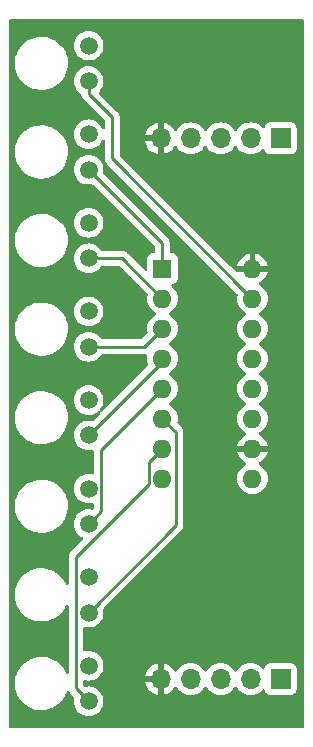
<source format=gbr>
%TF.GenerationSoftware,KiCad,Pcbnew,7.0.1*%
%TF.CreationDate,2023-10-04T10:52:32-04:00*%
%TF.ProjectId,TacTile-L2,54616354-696c-4652-9d4c-322e6b696361,rev?*%
%TF.SameCoordinates,Original*%
%TF.FileFunction,Copper,L2,Bot*%
%TF.FilePolarity,Positive*%
%FSLAX46Y46*%
G04 Gerber Fmt 4.6, Leading zero omitted, Abs format (unit mm)*
G04 Created by KiCad (PCBNEW 7.0.1) date 2023-10-04 10:52:32*
%MOMM*%
%LPD*%
G01*
G04 APERTURE LIST*
%TA.AperFunction,ComponentPad*%
%ADD10R,1.700000X1.700000*%
%TD*%
%TA.AperFunction,ComponentPad*%
%ADD11O,1.700000X1.700000*%
%TD*%
%TA.AperFunction,ComponentPad*%
%ADD12C,1.500000*%
%TD*%
%TA.AperFunction,ComponentPad*%
%ADD13R,1.600000X1.600000*%
%TD*%
%TA.AperFunction,ComponentPad*%
%ADD14O,1.600000X1.600000*%
%TD*%
%TA.AperFunction,Conductor*%
%ADD15C,0.250000*%
%TD*%
G04 APERTURE END LIST*
D10*
%TO.P,J1,1,Pin_1*%
%TO.N,/OUT*%
X48000000Y-35100000D03*
D11*
%TO.P,J1,2,Pin_2*%
%TO.N,/SIN*%
X45460000Y-35100000D03*
%TO.P,J1,3,Pin_3*%
%TO.N,/CLK*%
X42920000Y-35100000D03*
%TO.P,J1,4,Pin_4*%
%TO.N,/GND*%
X40380000Y-35100000D03*
%TO.P,J1,5,Pin_5*%
%TO.N,/VCC*%
X37840000Y-35100000D03*
%TD*%
D12*
%TO.P,R2,1*%
%TO.N,/OUT*%
X31750000Y-34750000D03*
%TO.P,R2,2*%
%TO.N,Net-(U1-QB)*%
X31750000Y-37750000D03*
%TD*%
%TO.P,R8,1*%
%TO.N,/OUT*%
X31750000Y-79750000D03*
%TO.P,R8,2*%
%TO.N,Net-(U1-QH)*%
X31750000Y-82750000D03*
%TD*%
%TO.P,R6,1*%
%TO.N,/OUT*%
X31750000Y-64750000D03*
%TO.P,R6,2*%
%TO.N,Net-(U1-QF)*%
X31750000Y-67750000D03*
%TD*%
%TO.P,R4,1*%
%TO.N,/OUT*%
X31750000Y-49750000D03*
%TO.P,R4,2*%
%TO.N,Net-(U1-QD)*%
X31750000Y-52750000D03*
%TD*%
%TO.P,R7,1*%
%TO.N,/OUT*%
X31750000Y-72250000D03*
%TO.P,R7,2*%
%TO.N,Net-(U1-QG)*%
X31750000Y-75250000D03*
%TD*%
%TO.P,R3,1*%
%TO.N,/OUT*%
X31750000Y-42250000D03*
%TO.P,R3,2*%
%TO.N,Net-(U1-QC)*%
X31750000Y-45250000D03*
%TD*%
D13*
%TO.P,U1,1,QB*%
%TO.N,Net-(U1-QB)*%
X38000000Y-46125000D03*
D14*
%TO.P,U1,2,QC*%
%TO.N,Net-(U1-QC)*%
X38000000Y-48665000D03*
%TO.P,U1,3,QD*%
%TO.N,Net-(U1-QD)*%
X38000000Y-51205000D03*
%TO.P,U1,4,QE*%
%TO.N,Net-(U1-QE)*%
X38000000Y-53745000D03*
%TO.P,U1,5,QF*%
%TO.N,Net-(U1-QF)*%
X38000000Y-56285000D03*
%TO.P,U1,6,QG*%
%TO.N,Net-(U1-QG)*%
X38000000Y-58825000D03*
%TO.P,U1,7,QH*%
%TO.N,Net-(U1-QH)*%
X38000000Y-61365000D03*
%TO.P,U1,8,GND*%
%TO.N,/GND*%
X38000000Y-63905000D03*
%TO.P,U1,9,QH'*%
%TO.N,/SOUT*%
X45620000Y-63905000D03*
%TO.P,U1,10,~{SRCLR}*%
%TO.N,/VCC*%
X45620000Y-61365000D03*
%TO.P,U1,11,SRCLK*%
%TO.N,/CLK*%
X45620000Y-58825000D03*
%TO.P,U1,12,RCLK*%
X45620000Y-56285000D03*
%TO.P,U1,13,~{OE}*%
%TO.N,/GND*%
X45620000Y-53745000D03*
%TO.P,U1,14,SER*%
%TO.N,/SIN*%
X45620000Y-51205000D03*
%TO.P,U1,15,QA*%
%TO.N,Net-(U1-QA)*%
X45620000Y-48665000D03*
%TO.P,U1,16,VCC*%
%TO.N,/VCC*%
X45620000Y-46125000D03*
%TD*%
D12*
%TO.P,R1,1*%
%TO.N,/OUT*%
X31750000Y-27250000D03*
%TO.P,R1,2*%
%TO.N,Net-(U1-QA)*%
X31750000Y-30250000D03*
%TD*%
%TO.P,R5,1*%
%TO.N,/OUT*%
X31750000Y-57250000D03*
%TO.P,R5,2*%
%TO.N,Net-(U1-QE)*%
X31750000Y-60250000D03*
%TD*%
D10*
%TO.P,J2,1,Pin_1*%
%TO.N,/OUT*%
X48000000Y-80875000D03*
D11*
%TO.P,J2,2,Pin_2*%
%TO.N,/SOUT*%
X45460000Y-80875000D03*
%TO.P,J2,3,Pin_3*%
%TO.N,/CLK*%
X42920000Y-80875000D03*
%TO.P,J2,4,Pin_4*%
%TO.N,/GND*%
X40380000Y-80875000D03*
%TO.P,J2,5,Pin_5*%
%TO.N,/VCC*%
X37840000Y-80875000D03*
%TD*%
D15*
%TO.N,Net-(U1-QB)*%
X31750000Y-37750000D02*
X38000000Y-44000000D01*
X38000000Y-44000000D02*
X38000000Y-46125000D01*
%TO.N,Net-(U1-QC)*%
X31750000Y-45250000D02*
X34585000Y-45250000D01*
X34585000Y-45250000D02*
X38000000Y-48665000D01*
%TO.N,Net-(U1-QD)*%
X31750000Y-52750000D02*
X36455000Y-52750000D01*
X36455000Y-52750000D02*
X38000000Y-51205000D01*
%TO.N,Net-(U1-QE)*%
X38000000Y-54000000D02*
X38000000Y-53745000D01*
X31750000Y-60250000D02*
X38000000Y-54000000D01*
%TO.N,Net-(U1-QF)*%
X31750000Y-67750000D02*
X32825000Y-66675000D01*
X32825000Y-61460000D02*
X38000000Y-56285000D01*
X32825000Y-66675000D02*
X32825000Y-61460000D01*
%TO.N,Net-(U1-QG)*%
X39125000Y-67875000D02*
X39125000Y-59950000D01*
X31750000Y-75250000D02*
X39125000Y-67875000D01*
X39125000Y-59950000D02*
X38000000Y-58825000D01*
%TO.N,Net-(U1-QH)*%
X36875000Y-62490000D02*
X38000000Y-61365000D01*
X30675000Y-81675000D02*
X30675000Y-70575000D01*
X31750000Y-82750000D02*
X30675000Y-81675000D01*
X30675000Y-70575000D02*
X36875000Y-64375000D01*
X36875000Y-64375000D02*
X36875000Y-62490000D01*
%TO.N,Net-(U1-QA)*%
X33750000Y-33310660D02*
X33750000Y-36795000D01*
X33750000Y-36795000D02*
X45620000Y-48665000D01*
X31750000Y-30250000D02*
X31750000Y-31310660D01*
X31750000Y-31310660D02*
X33750000Y-33310660D01*
%TD*%
%TA.AperFunction,Conductor*%
%TO.N,/VCC*%
G36*
X49937500Y-25017113D02*
G01*
X49982887Y-25062500D01*
X49999500Y-25124500D01*
X49999500Y-84875500D01*
X49982887Y-84937500D01*
X49937500Y-84982887D01*
X49875500Y-84999500D01*
X25124500Y-84999500D01*
X25062500Y-84982887D01*
X25017113Y-84937500D01*
X25000500Y-84875500D01*
X25000500Y-81325372D01*
X25495723Y-81325372D01*
X25525881Y-81625160D01*
X25595731Y-81918262D01*
X25704021Y-82199432D01*
X25848824Y-82463664D01*
X25899193Y-82532025D01*
X26027554Y-82706238D01*
X26237020Y-82922824D01*
X26473485Y-83109558D01*
X26732730Y-83263109D01*
X27010128Y-83380736D01*
X27010129Y-83380736D01*
X27010131Y-83380737D01*
X27074179Y-83398281D01*
X27300729Y-83460340D01*
X27599347Y-83500500D01*
X27825244Y-83500500D01*
X27825246Y-83500500D01*
X28050635Y-83485412D01*
X28173994Y-83460338D01*
X28345903Y-83425396D01*
X28630537Y-83326560D01*
X28899459Y-83190668D01*
X29147869Y-83020144D01*
X29371333Y-82818032D01*
X29565865Y-82587939D01*
X29727993Y-82333970D01*
X29854823Y-82060658D01*
X29882445Y-81971612D01*
X29913912Y-81919961D01*
X29966072Y-81889338D01*
X30026514Y-81887033D01*
X30080855Y-81913595D01*
X30116167Y-81962703D01*
X30122514Y-81978732D01*
X30148180Y-82014059D01*
X30154593Y-82023822D01*
X30176826Y-82061416D01*
X30176829Y-82061419D01*
X30176830Y-82061420D01*
X30190995Y-82075585D01*
X30203627Y-82090375D01*
X30215406Y-82106587D01*
X30249058Y-82134426D01*
X30257699Y-82142289D01*
X30491411Y-82376001D01*
X30523505Y-82431588D01*
X30523505Y-82495774D01*
X30513792Y-82532022D01*
X30494722Y-82750000D01*
X30513792Y-82967974D01*
X30551729Y-83109558D01*
X30570425Y-83179330D01*
X30662898Y-83377639D01*
X30788402Y-83556877D01*
X30943123Y-83711598D01*
X31122361Y-83837102D01*
X31320670Y-83929575D01*
X31532023Y-83986207D01*
X31750000Y-84005277D01*
X31967977Y-83986207D01*
X32179330Y-83929575D01*
X32377639Y-83837102D01*
X32556877Y-83711598D01*
X32711598Y-83556877D01*
X32837102Y-83377639D01*
X32929575Y-83179330D01*
X32986207Y-82967977D01*
X33005277Y-82750000D01*
X32986207Y-82532023D01*
X32929575Y-82320670D01*
X32837102Y-82122362D01*
X32711598Y-81943123D01*
X32556877Y-81788402D01*
X32377639Y-81662898D01*
X32255505Y-81605946D01*
X32179331Y-81570425D01*
X31967974Y-81513792D01*
X31750000Y-81494722D01*
X31532024Y-81513792D01*
X31495776Y-81523505D01*
X31431589Y-81523505D01*
X31376002Y-81491411D01*
X31336819Y-81452228D01*
X31309939Y-81412000D01*
X31300500Y-81364547D01*
X31300500Y-81125000D01*
X36509364Y-81125000D01*
X36566569Y-81338492D01*
X36666399Y-81552576D01*
X36801893Y-81746081D01*
X36968918Y-81913106D01*
X37162423Y-82048600D01*
X37376507Y-82148430D01*
X37589999Y-82205635D01*
X37590000Y-82205636D01*
X37590000Y-82205635D01*
X38090000Y-82205635D01*
X38303492Y-82148430D01*
X38517576Y-82048600D01*
X38711081Y-81913106D01*
X38878109Y-81746078D01*
X39008119Y-81560405D01*
X39052437Y-81521539D01*
X39109694Y-81507528D01*
X39166951Y-81521539D01*
X39211267Y-81560402D01*
X39341505Y-81746401D01*
X39508599Y-81913495D01*
X39702170Y-82049035D01*
X39916337Y-82148903D01*
X40144592Y-82210063D01*
X40380000Y-82230659D01*
X40615408Y-82210063D01*
X40843663Y-82148903D01*
X41057830Y-82049035D01*
X41251401Y-81913495D01*
X41418495Y-81746401D01*
X41548426Y-81560839D01*
X41592743Y-81521975D01*
X41650000Y-81507964D01*
X41707257Y-81521975D01*
X41751573Y-81560839D01*
X41881505Y-81746401D01*
X42048599Y-81913495D01*
X42242170Y-82049035D01*
X42456337Y-82148903D01*
X42684592Y-82210063D01*
X42920000Y-82230659D01*
X43155408Y-82210063D01*
X43383663Y-82148903D01*
X43597830Y-82049035D01*
X43791401Y-81913495D01*
X43958495Y-81746401D01*
X44088426Y-81560839D01*
X44132743Y-81521975D01*
X44190000Y-81507964D01*
X44247257Y-81521975D01*
X44291573Y-81560839D01*
X44421505Y-81746401D01*
X44588599Y-81913495D01*
X44782170Y-82049035D01*
X44996337Y-82148903D01*
X45224592Y-82210063D01*
X45460000Y-82230659D01*
X45695408Y-82210063D01*
X45923663Y-82148903D01*
X46137830Y-82049035D01*
X46331401Y-81913495D01*
X46453329Y-81791566D01*
X46506072Y-81760273D01*
X46567365Y-81758084D01*
X46622209Y-81785537D01*
X46657189Y-81835916D01*
X46683291Y-81905898D01*
X46706204Y-81967331D01*
X46792454Y-82082546D01*
X46907669Y-82168796D01*
X47042517Y-82219091D01*
X47102127Y-82225500D01*
X48897872Y-82225499D01*
X48957483Y-82219091D01*
X49092331Y-82168796D01*
X49207546Y-82082546D01*
X49293796Y-81967331D01*
X49344091Y-81832483D01*
X49350500Y-81772873D01*
X49350499Y-79977128D01*
X49344091Y-79917517D01*
X49293796Y-79782669D01*
X49207546Y-79667454D01*
X49092331Y-79581204D01*
X48957483Y-79530909D01*
X48897873Y-79524500D01*
X48897869Y-79524500D01*
X47102130Y-79524500D01*
X47042515Y-79530909D01*
X46907669Y-79581204D01*
X46792454Y-79667454D01*
X46706204Y-79782669D01*
X46657189Y-79914083D01*
X46622209Y-79964462D01*
X46567365Y-79991915D01*
X46506072Y-79989726D01*
X46453326Y-79958430D01*
X46331404Y-79836508D01*
X46331401Y-79836505D01*
X46137830Y-79700965D01*
X45923663Y-79601097D01*
X45862502Y-79584709D01*
X45695407Y-79539936D01*
X45460000Y-79519340D01*
X45224592Y-79539936D01*
X44996336Y-79601097D01*
X44782170Y-79700965D01*
X44588598Y-79836505D01*
X44421505Y-80003598D01*
X44291575Y-80189159D01*
X44247257Y-80228025D01*
X44190000Y-80242036D01*
X44132743Y-80228025D01*
X44088425Y-80189159D01*
X43958494Y-80003598D01*
X43791404Y-79836508D01*
X43791401Y-79836505D01*
X43597830Y-79700965D01*
X43383663Y-79601097D01*
X43322502Y-79584709D01*
X43155407Y-79539936D01*
X42920000Y-79519340D01*
X42684592Y-79539936D01*
X42456336Y-79601097D01*
X42242170Y-79700965D01*
X42048598Y-79836505D01*
X41881505Y-80003598D01*
X41751575Y-80189159D01*
X41707257Y-80228025D01*
X41650000Y-80242036D01*
X41592743Y-80228025D01*
X41548425Y-80189159D01*
X41418494Y-80003598D01*
X41251404Y-79836508D01*
X41251401Y-79836505D01*
X41057830Y-79700965D01*
X40843663Y-79601097D01*
X40782502Y-79584709D01*
X40615407Y-79539936D01*
X40380000Y-79519340D01*
X40144592Y-79539936D01*
X39916336Y-79601097D01*
X39702170Y-79700965D01*
X39508598Y-79836505D01*
X39341508Y-80003595D01*
X39211269Y-80189596D01*
X39166951Y-80228461D01*
X39109694Y-80242472D01*
X39052437Y-80228461D01*
X39008119Y-80189595D01*
X38878109Y-80003921D01*
X38711081Y-79836893D01*
X38517576Y-79701399D01*
X38303492Y-79601569D01*
X38090000Y-79544364D01*
X38090000Y-82205635D01*
X37590000Y-82205635D01*
X37590000Y-81125000D01*
X36509364Y-81125000D01*
X31300500Y-81125000D01*
X31300500Y-81085771D01*
X31313288Y-81030927D01*
X31349014Y-80987395D01*
X31400309Y-80964154D01*
X31456594Y-80965996D01*
X31476151Y-80971236D01*
X31532023Y-80986207D01*
X31750000Y-81005277D01*
X31967977Y-80986207D01*
X32179330Y-80929575D01*
X32377639Y-80837102D01*
X32556877Y-80711598D01*
X32643475Y-80625000D01*
X36509364Y-80625000D01*
X37590000Y-80625000D01*
X37590000Y-79544364D01*
X37589999Y-79544364D01*
X37376507Y-79601569D01*
X37162421Y-79701400D01*
X36968921Y-79836890D01*
X36801890Y-80003921D01*
X36666400Y-80197421D01*
X36566569Y-80411507D01*
X36509364Y-80624999D01*
X36509364Y-80625000D01*
X32643475Y-80625000D01*
X32711598Y-80556877D01*
X32837102Y-80377639D01*
X32929575Y-80179330D01*
X32986207Y-79967977D01*
X33005277Y-79750000D01*
X32986207Y-79532023D01*
X32929575Y-79320670D01*
X32837102Y-79122362D01*
X32711598Y-78943123D01*
X32556877Y-78788402D01*
X32377639Y-78662898D01*
X32286205Y-78620261D01*
X32179331Y-78570425D01*
X31967974Y-78513792D01*
X31750000Y-78494722D01*
X31532025Y-78513792D01*
X31456594Y-78534004D01*
X31400309Y-78535846D01*
X31349014Y-78512605D01*
X31313288Y-78469073D01*
X31300500Y-78414229D01*
X31300500Y-76585771D01*
X31313288Y-76530927D01*
X31349014Y-76487395D01*
X31400309Y-76464154D01*
X31456594Y-76465996D01*
X31476151Y-76471236D01*
X31532023Y-76486207D01*
X31750000Y-76505277D01*
X31967977Y-76486207D01*
X32179330Y-76429575D01*
X32377639Y-76337102D01*
X32556877Y-76211598D01*
X32711598Y-76056877D01*
X32837102Y-75877639D01*
X32929575Y-75679330D01*
X32986207Y-75467977D01*
X33005277Y-75250000D01*
X32986207Y-75032023D01*
X32986207Y-75032021D01*
X32976495Y-74995776D01*
X32976494Y-74931588D01*
X33008586Y-74876002D01*
X39508789Y-68375800D01*
X39524885Y-68362906D01*
X39526873Y-68360787D01*
X39526877Y-68360786D01*
X39572948Y-68311723D01*
X39575566Y-68309023D01*
X39595120Y-68289471D01*
X39597581Y-68286298D01*
X39605156Y-68277427D01*
X39635062Y-68245582D01*
X39644712Y-68228027D01*
X39655400Y-68211757D01*
X39667671Y-68195938D01*
X39667673Y-68195936D01*
X39685026Y-68155832D01*
X39690157Y-68145362D01*
X39711197Y-68107092D01*
X39716175Y-68087699D01*
X39722481Y-68069282D01*
X39724018Y-68065728D01*
X39730438Y-68050896D01*
X39737272Y-68007745D01*
X39739635Y-67996331D01*
X39750500Y-67954019D01*
X39750500Y-67933984D01*
X39752027Y-67914585D01*
X39755160Y-67894804D01*
X39751050Y-67851325D01*
X39750500Y-67839656D01*
X39750500Y-63905000D01*
X44314531Y-63905000D01*
X44334364Y-64131689D01*
X44393261Y-64351497D01*
X44489432Y-64557735D01*
X44619953Y-64744140D01*
X44780859Y-64905046D01*
X44967264Y-65035567D01*
X44967265Y-65035567D01*
X44967266Y-65035568D01*
X45173504Y-65131739D01*
X45393308Y-65190635D01*
X45620000Y-65210468D01*
X45846692Y-65190635D01*
X46066496Y-65131739D01*
X46272734Y-65035568D01*
X46459139Y-64905047D01*
X46620047Y-64744139D01*
X46750568Y-64557734D01*
X46846739Y-64351496D01*
X46905635Y-64131692D01*
X46925468Y-63905000D01*
X46905635Y-63678308D01*
X46846739Y-63458504D01*
X46750568Y-63252266D01*
X46620047Y-63065861D01*
X46620046Y-63065859D01*
X46459140Y-62904953D01*
X46272736Y-62774433D01*
X46272730Y-62774430D01*
X46214132Y-62747105D01*
X46161958Y-62701348D01*
X46142539Y-62634723D01*
X46161959Y-62568098D01*
X46214135Y-62522342D01*
X46272479Y-62495135D01*
X46458819Y-62364658D01*
X46619658Y-62203819D01*
X46750134Y-62017480D01*
X46846266Y-61811326D01*
X46898872Y-61615000D01*
X44341128Y-61615000D01*
X44393733Y-61811326D01*
X44489865Y-62017480D01*
X44620341Y-62203819D01*
X44781180Y-62364658D01*
X44967519Y-62495134D01*
X45025865Y-62522342D01*
X45078040Y-62568099D01*
X45097460Y-62634723D01*
X45078041Y-62701348D01*
X45025866Y-62747105D01*
X44967267Y-62774430D01*
X44780859Y-62904953D01*
X44619953Y-63065859D01*
X44489432Y-63252264D01*
X44393261Y-63458502D01*
X44334364Y-63678310D01*
X44314531Y-63905000D01*
X39750500Y-63905000D01*
X39750500Y-60032740D01*
X39752763Y-60012236D01*
X39751832Y-59982617D01*
X39750561Y-59942144D01*
X39750500Y-59938250D01*
X39750500Y-59910657D01*
X39750500Y-59910650D01*
X39749995Y-59906653D01*
X39749080Y-59895023D01*
X39747709Y-59851373D01*
X39742120Y-59832140D01*
X39738174Y-59813082D01*
X39735664Y-59793208D01*
X39719588Y-59752606D01*
X39715804Y-59741552D01*
X39703619Y-59699613D01*
X39703618Y-59699612D01*
X39703618Y-59699610D01*
X39693417Y-59682361D01*
X39684860Y-59664895D01*
X39677486Y-59646268D01*
X39651813Y-59610932D01*
X39645402Y-59601172D01*
X39623169Y-59563578D01*
X39609006Y-59549415D01*
X39596369Y-59534620D01*
X39584595Y-59518414D01*
X39584594Y-59518413D01*
X39550935Y-59490568D01*
X39542305Y-59482714D01*
X39299413Y-59239822D01*
X39267319Y-59184234D01*
X39267319Y-59120047D01*
X39280615Y-59070425D01*
X39285635Y-59051692D01*
X39305468Y-58825000D01*
X39285635Y-58598308D01*
X39226739Y-58378504D01*
X39130568Y-58172266D01*
X39128997Y-58170023D01*
X39000046Y-57985859D01*
X38839140Y-57824953D01*
X38652736Y-57694433D01*
X38594723Y-57667381D01*
X38542548Y-57621623D01*
X38523129Y-57554997D01*
X38542549Y-57488372D01*
X38594721Y-57442619D01*
X38652734Y-57415568D01*
X38839139Y-57285047D01*
X39000047Y-57124139D01*
X39130568Y-56937734D01*
X39226739Y-56731496D01*
X39285635Y-56511692D01*
X39305468Y-56285000D01*
X39285635Y-56058308D01*
X39226739Y-55838504D01*
X39130568Y-55632266D01*
X39000047Y-55445861D01*
X39000046Y-55445859D01*
X38839140Y-55284953D01*
X38652733Y-55154431D01*
X38594725Y-55127382D01*
X38542549Y-55081625D01*
X38523129Y-55015000D01*
X38542549Y-54948375D01*
X38594725Y-54902618D01*
X38652734Y-54875568D01*
X38839139Y-54745047D01*
X39000047Y-54584139D01*
X39130568Y-54397734D01*
X39226739Y-54191496D01*
X39285635Y-53971692D01*
X39305468Y-53745000D01*
X39285635Y-53518308D01*
X39226739Y-53298504D01*
X39130568Y-53092266D01*
X39000047Y-52905861D01*
X39000046Y-52905859D01*
X38839140Y-52744953D01*
X38652736Y-52614433D01*
X38595920Y-52587939D01*
X38594722Y-52587380D01*
X38542548Y-52541623D01*
X38523129Y-52474997D01*
X38542549Y-52408372D01*
X38594721Y-52362619D01*
X38652734Y-52335568D01*
X38839139Y-52205047D01*
X39000047Y-52044139D01*
X39130568Y-51857734D01*
X39226739Y-51651496D01*
X39285635Y-51431692D01*
X39305468Y-51205000D01*
X39285635Y-50978308D01*
X39226739Y-50758504D01*
X39130568Y-50552266D01*
X39051498Y-50439342D01*
X39000046Y-50365859D01*
X38839140Y-50204953D01*
X38652733Y-50074431D01*
X38594725Y-50047382D01*
X38542549Y-50001625D01*
X38523129Y-49935000D01*
X38542549Y-49868375D01*
X38594725Y-49822618D01*
X38652734Y-49795568D01*
X38839139Y-49665047D01*
X39000047Y-49504139D01*
X39130568Y-49317734D01*
X39226739Y-49111496D01*
X39285635Y-48891692D01*
X39305468Y-48665000D01*
X39285635Y-48438308D01*
X39226739Y-48218504D01*
X39130568Y-48012266D01*
X39000047Y-47825861D01*
X39000046Y-47825859D01*
X38839140Y-47664953D01*
X38814537Y-47647726D01*
X38775399Y-47602884D01*
X38761666Y-47544970D01*
X38776500Y-47487328D01*
X38816485Y-47443239D01*
X38872406Y-47422861D01*
X38907483Y-47419091D01*
X39042331Y-47368796D01*
X39157546Y-47282546D01*
X39243796Y-47167331D01*
X39294091Y-47032483D01*
X39300500Y-46972873D01*
X39300499Y-45277128D01*
X39294091Y-45217517D01*
X39243796Y-45082669D01*
X39157546Y-44967454D01*
X39042331Y-44881204D01*
X38907483Y-44830909D01*
X38847873Y-44824500D01*
X38847869Y-44824500D01*
X38749500Y-44824500D01*
X38687500Y-44807887D01*
X38642113Y-44762500D01*
X38625500Y-44700500D01*
X38625500Y-44082744D01*
X38627764Y-44062236D01*
X38625561Y-43992104D01*
X38625500Y-43988210D01*
X38625500Y-43960654D01*
X38625500Y-43960650D01*
X38624997Y-43956670D01*
X38624081Y-43945028D01*
X38622710Y-43901373D01*
X38617118Y-43882126D01*
X38613174Y-43863085D01*
X38610664Y-43843208D01*
X38594579Y-43802583D01*
X38590808Y-43791568D01*
X38578618Y-43749610D01*
X38568414Y-43732355D01*
X38559861Y-43714895D01*
X38552486Y-43696269D01*
X38552486Y-43696268D01*
X38526808Y-43660925D01*
X38520401Y-43651171D01*
X38498169Y-43613579D01*
X38484006Y-43599416D01*
X38471367Y-43584617D01*
X38459595Y-43568413D01*
X38425941Y-43540573D01*
X38417299Y-43532709D01*
X33008588Y-38123997D01*
X32976494Y-38068408D01*
X32976494Y-38004221D01*
X32986207Y-37967977D01*
X33005277Y-37750000D01*
X32986207Y-37532023D01*
X32929575Y-37320670D01*
X32837102Y-37122362D01*
X32711598Y-36943123D01*
X32556877Y-36788402D01*
X32377639Y-36662898D01*
X32286205Y-36620261D01*
X32179331Y-36570425D01*
X31967974Y-36513792D01*
X31750000Y-36494722D01*
X31532025Y-36513792D01*
X31320668Y-36570425D01*
X31122361Y-36662898D01*
X30943122Y-36788402D01*
X30788402Y-36943122D01*
X30662898Y-37122361D01*
X30570425Y-37320668D01*
X30513792Y-37532025D01*
X30494722Y-37750000D01*
X30513792Y-37967974D01*
X30555598Y-38123997D01*
X30570425Y-38179330D01*
X30662898Y-38377639D01*
X30788402Y-38556877D01*
X30943123Y-38711598D01*
X31122361Y-38837102D01*
X31320670Y-38929575D01*
X31532023Y-38986207D01*
X31750000Y-39005277D01*
X31967977Y-38986207D01*
X32004221Y-38976494D01*
X32068409Y-38976494D01*
X32123998Y-39008588D01*
X37338181Y-44222771D01*
X37365061Y-44262999D01*
X37374500Y-44310452D01*
X37374500Y-44700501D01*
X37357887Y-44762501D01*
X37312500Y-44807888D01*
X37250500Y-44824501D01*
X37152128Y-44824501D01*
X37122322Y-44827704D01*
X37092515Y-44830909D01*
X36957669Y-44881204D01*
X36842454Y-44967454D01*
X36756204Y-45082668D01*
X36705909Y-45217516D01*
X36699500Y-45277131D01*
X36699500Y-46180547D01*
X36685985Y-46236842D01*
X36648385Y-46280865D01*
X36594898Y-46303020D01*
X36537182Y-46298478D01*
X36487819Y-46268228D01*
X35085802Y-44866211D01*
X35072906Y-44850113D01*
X35021775Y-44802098D01*
X35018978Y-44799387D01*
X34999470Y-44779879D01*
X34996290Y-44777412D01*
X34987424Y-44769839D01*
X34955582Y-44739938D01*
X34938024Y-44730285D01*
X34921764Y-44719604D01*
X34905936Y-44707327D01*
X34865851Y-44689980D01*
X34855361Y-44684841D01*
X34817091Y-44663802D01*
X34797691Y-44658821D01*
X34779284Y-44652519D01*
X34760897Y-44644562D01*
X34717758Y-44637729D01*
X34706324Y-44635361D01*
X34664019Y-44624500D01*
X34643984Y-44624500D01*
X34624586Y-44622973D01*
X34617162Y-44621797D01*
X34604805Y-44619840D01*
X34604804Y-44619840D01*
X34571751Y-44622964D01*
X34561325Y-44623950D01*
X34549656Y-44624500D01*
X32903149Y-44624500D01*
X32845892Y-44610489D01*
X32801574Y-44571623D01*
X32793896Y-44560658D01*
X32711598Y-44443123D01*
X32556877Y-44288402D01*
X32377639Y-44162898D01*
X32286205Y-44120261D01*
X32179331Y-44070425D01*
X31967974Y-44013792D01*
X31750000Y-43994722D01*
X31532025Y-44013792D01*
X31320668Y-44070425D01*
X31122361Y-44162898D01*
X30943122Y-44288402D01*
X30788402Y-44443122D01*
X30662898Y-44622361D01*
X30570425Y-44820668D01*
X30513792Y-45032025D01*
X30494722Y-45250000D01*
X30513792Y-45467974D01*
X30551729Y-45609558D01*
X30570425Y-45679330D01*
X30662898Y-45877639D01*
X30788402Y-46056877D01*
X30943123Y-46211598D01*
X31122361Y-46337102D01*
X31320670Y-46429575D01*
X31532023Y-46486207D01*
X31750000Y-46505277D01*
X31967977Y-46486207D01*
X32179330Y-46429575D01*
X32377639Y-46337102D01*
X32556877Y-46211598D01*
X32711598Y-46056877D01*
X32801576Y-45928375D01*
X32845892Y-45889511D01*
X32903149Y-45875500D01*
X34274548Y-45875500D01*
X34322001Y-45884939D01*
X34362229Y-45911819D01*
X36700586Y-48250177D01*
X36732680Y-48305764D01*
X36732680Y-48369950D01*
X36714364Y-48438307D01*
X36694531Y-48665000D01*
X36714364Y-48891689D01*
X36773261Y-49111497D01*
X36869432Y-49317735D01*
X36999953Y-49504140D01*
X37160859Y-49665046D01*
X37344685Y-49793761D01*
X37347266Y-49795568D01*
X37405275Y-49822618D01*
X37457450Y-49868375D01*
X37476869Y-49935000D01*
X37457450Y-50001625D01*
X37405275Y-50047382D01*
X37347263Y-50074433D01*
X37160859Y-50204953D01*
X36999953Y-50365859D01*
X36869432Y-50552264D01*
X36773261Y-50758502D01*
X36714364Y-50978310D01*
X36694531Y-51204999D01*
X36714364Y-51431690D01*
X36732680Y-51500047D01*
X36732680Y-51564234D01*
X36700586Y-51619821D01*
X36232228Y-52088181D01*
X36192000Y-52115061D01*
X36144547Y-52124500D01*
X32903149Y-52124500D01*
X32845892Y-52110489D01*
X32801574Y-52071623D01*
X32793896Y-52060658D01*
X32711598Y-51943123D01*
X32556877Y-51788402D01*
X32377639Y-51662898D01*
X32285260Y-51619821D01*
X32179331Y-51570425D01*
X31967974Y-51513792D01*
X31750000Y-51494722D01*
X31532025Y-51513792D01*
X31320668Y-51570425D01*
X31122361Y-51662898D01*
X30943122Y-51788402D01*
X30788402Y-51943122D01*
X30662898Y-52122361D01*
X30570425Y-52320668D01*
X30513792Y-52532025D01*
X30494722Y-52750000D01*
X30513792Y-52967974D01*
X30551729Y-53109558D01*
X30570425Y-53179330D01*
X30662898Y-53377639D01*
X30788402Y-53556877D01*
X30943123Y-53711598D01*
X31122361Y-53837102D01*
X31320670Y-53929575D01*
X31532023Y-53986207D01*
X31750000Y-54005277D01*
X31967977Y-53986207D01*
X32179330Y-53929575D01*
X32377639Y-53837102D01*
X32556877Y-53711598D01*
X32711598Y-53556877D01*
X32801576Y-53428375D01*
X32845892Y-53389511D01*
X32903149Y-53375500D01*
X36372256Y-53375500D01*
X36392762Y-53377764D01*
X36395665Y-53377672D01*
X36395667Y-53377673D01*
X36462872Y-53375561D01*
X36466768Y-53375500D01*
X36494349Y-53375500D01*
X36494350Y-53375500D01*
X36498319Y-53374998D01*
X36509965Y-53374080D01*
X36553627Y-53372709D01*
X36558906Y-53371174D01*
X36623707Y-53369983D01*
X36680259Y-53401647D01*
X36713110Y-53457518D01*
X36713245Y-53507319D01*
X36715310Y-53507500D01*
X36694531Y-53745000D01*
X36714364Y-53971689D01*
X36773261Y-54191497D01*
X36784476Y-54215547D01*
X36796042Y-54264345D01*
X36787333Y-54313733D01*
X36759775Y-54355633D01*
X32903485Y-58211923D01*
X32851368Y-58243033D01*
X32790729Y-58245680D01*
X32736098Y-58219231D01*
X32700565Y-58170023D01*
X32692642Y-58109846D01*
X32714227Y-58053121D01*
X32837102Y-57877639D01*
X32929575Y-57679330D01*
X32986207Y-57467977D01*
X33005277Y-57250000D01*
X32986207Y-57032023D01*
X32929575Y-56820670D01*
X32837102Y-56622362D01*
X32711598Y-56443123D01*
X32556877Y-56288402D01*
X32377639Y-56162898D01*
X32286205Y-56120261D01*
X32179331Y-56070425D01*
X31967974Y-56013792D01*
X31750000Y-55994722D01*
X31532025Y-56013792D01*
X31320668Y-56070425D01*
X31122361Y-56162898D01*
X30943122Y-56288402D01*
X30788402Y-56443122D01*
X30662898Y-56622361D01*
X30570425Y-56820668D01*
X30513792Y-57032025D01*
X30494722Y-57250000D01*
X30513792Y-57467974D01*
X30570425Y-57679331D01*
X30620261Y-57786205D01*
X30662898Y-57877639D01*
X30788402Y-58056877D01*
X30943123Y-58211598D01*
X31122361Y-58337102D01*
X31320670Y-58429575D01*
X31532023Y-58486207D01*
X31750000Y-58505277D01*
X31967977Y-58486207D01*
X32179330Y-58429575D01*
X32377639Y-58337102D01*
X32553122Y-58214226D01*
X32609845Y-58192642D01*
X32670022Y-58200565D01*
X32719230Y-58236098D01*
X32745679Y-58290729D01*
X32743032Y-58351368D01*
X32711922Y-58403485D01*
X32123997Y-58991410D01*
X32068411Y-59023504D01*
X32004225Y-59023504D01*
X31967979Y-59013792D01*
X31749999Y-58994722D01*
X31532025Y-59013792D01*
X31320668Y-59070425D01*
X31122361Y-59162898D01*
X30943122Y-59288402D01*
X30788402Y-59443122D01*
X30662898Y-59622361D01*
X30570425Y-59820668D01*
X30513792Y-60032025D01*
X30494722Y-60250000D01*
X30513792Y-60467974D01*
X30551729Y-60609558D01*
X30570425Y-60679330D01*
X30662898Y-60877639D01*
X30788402Y-61056877D01*
X30943123Y-61211598D01*
X31122361Y-61337102D01*
X31320670Y-61429575D01*
X31532023Y-61486207D01*
X31750000Y-61505277D01*
X31967977Y-61486207D01*
X32029134Y-61469819D01*
X32043406Y-61465996D01*
X32099691Y-61464154D01*
X32150986Y-61487395D01*
X32186712Y-61530927D01*
X32199500Y-61585771D01*
X32199500Y-63414229D01*
X32186712Y-63469073D01*
X32150986Y-63512605D01*
X32099691Y-63535846D01*
X32043406Y-63534004D01*
X31967974Y-63513792D01*
X31750000Y-63494722D01*
X31532025Y-63513792D01*
X31320668Y-63570425D01*
X31122361Y-63662898D01*
X30943122Y-63788402D01*
X30788402Y-63943122D01*
X30662898Y-64122361D01*
X30570425Y-64320668D01*
X30513792Y-64532025D01*
X30494722Y-64750000D01*
X30513792Y-64967974D01*
X30570425Y-65179331D01*
X30616966Y-65279137D01*
X30662898Y-65377639D01*
X30788402Y-65556877D01*
X30943123Y-65711598D01*
X31122361Y-65837102D01*
X31320670Y-65929575D01*
X31532023Y-65986207D01*
X31750000Y-66005277D01*
X31967977Y-65986207D01*
X32029134Y-65969819D01*
X32043406Y-65965996D01*
X32099691Y-65964154D01*
X32150986Y-65987395D01*
X32186712Y-66030927D01*
X32199500Y-66085771D01*
X32199500Y-66364547D01*
X32190060Y-66412001D01*
X32163179Y-66452230D01*
X32123995Y-66491412D01*
X32068409Y-66523504D01*
X32004225Y-66523504D01*
X31967979Y-66513792D01*
X31749999Y-66494722D01*
X31532025Y-66513792D01*
X31320668Y-66570425D01*
X31122361Y-66662898D01*
X30943122Y-66788402D01*
X30788402Y-66943122D01*
X30662898Y-67122361D01*
X30570425Y-67320668D01*
X30513792Y-67532025D01*
X30494722Y-67749999D01*
X30513792Y-67967974D01*
X30570425Y-68179331D01*
X30601318Y-68245580D01*
X30662898Y-68377639D01*
X30788402Y-68556877D01*
X30943123Y-68711598D01*
X31122361Y-68837102D01*
X31238713Y-68891357D01*
X31284683Y-68928253D01*
X31308423Y-68982207D01*
X31304568Y-69041027D01*
X31273988Y-69091420D01*
X30291208Y-70074199D01*
X30275110Y-70087096D01*
X30227096Y-70138225D01*
X30224391Y-70141017D01*
X30204874Y-70160534D01*
X30202415Y-70163705D01*
X30194842Y-70172572D01*
X30164935Y-70204420D01*
X30155285Y-70221974D01*
X30144609Y-70238228D01*
X30132326Y-70254063D01*
X30114975Y-70294158D01*
X30109838Y-70304644D01*
X30088802Y-70342907D01*
X30083821Y-70362309D01*
X30077520Y-70380711D01*
X30069561Y-70399102D01*
X30062728Y-70442242D01*
X30060360Y-70453674D01*
X30049500Y-70495978D01*
X30049500Y-70516016D01*
X30047973Y-70535415D01*
X30044840Y-70555194D01*
X30048950Y-70598675D01*
X30049500Y-70610344D01*
X30049500Y-72791852D01*
X30030901Y-72857171D01*
X29980684Y-72902896D01*
X29913913Y-72915309D01*
X29850618Y-72890689D01*
X29809786Y-72836419D01*
X29795978Y-72800568D01*
X29722249Y-72666030D01*
X29651175Y-72536335D01*
X29472446Y-72293762D01*
X29262980Y-72077176D01*
X29205804Y-72032025D01*
X29026514Y-71890441D01*
X28889568Y-71809328D01*
X28767270Y-71736891D01*
X28585671Y-71659886D01*
X28489868Y-71619262D01*
X28199275Y-71539661D01*
X28199274Y-71539660D01*
X28199271Y-71539660D01*
X27900653Y-71499500D01*
X27674756Y-71499500D01*
X27674754Y-71499500D01*
X27449364Y-71514587D01*
X27154098Y-71574603D01*
X26869459Y-71673441D01*
X26600546Y-71809328D01*
X26352127Y-71979858D01*
X26128668Y-72181966D01*
X25934135Y-72412061D01*
X25772005Y-72666032D01*
X25645178Y-72939339D01*
X25555907Y-73227120D01*
X25534949Y-73351368D01*
X25505791Y-73524230D01*
X25503734Y-73585771D01*
X25495723Y-73825372D01*
X25525881Y-74125160D01*
X25595731Y-74418262D01*
X25704021Y-74699432D01*
X25848824Y-74963664D01*
X25940390Y-75087938D01*
X26027554Y-75206238D01*
X26237020Y-75422824D01*
X26473485Y-75609558D01*
X26732730Y-75763109D01*
X27010128Y-75880736D01*
X27010129Y-75880736D01*
X27010131Y-75880737D01*
X27074179Y-75898281D01*
X27300729Y-75960340D01*
X27599347Y-76000500D01*
X27825244Y-76000500D01*
X27825246Y-76000500D01*
X28050635Y-75985412D01*
X28173994Y-75960338D01*
X28345903Y-75925396D01*
X28630537Y-75826560D01*
X28899459Y-75690668D01*
X29147869Y-75520144D01*
X29371333Y-75318032D01*
X29565865Y-75087939D01*
X29727993Y-74833970D01*
X29813021Y-74650738D01*
X29856007Y-74600238D01*
X29918872Y-74579112D01*
X29983633Y-74593406D01*
X30031765Y-74639031D01*
X30049500Y-74702935D01*
X30049500Y-80291852D01*
X30030901Y-80357171D01*
X29980684Y-80402896D01*
X29913913Y-80415309D01*
X29850618Y-80390689D01*
X29809786Y-80336419D01*
X29795978Y-80300568D01*
X29757489Y-80230335D01*
X29651175Y-80036335D01*
X29472446Y-79793762D01*
X29262980Y-79577176D01*
X29215822Y-79539936D01*
X29026514Y-79390441D01*
X28889568Y-79309328D01*
X28767270Y-79236891D01*
X28585671Y-79159886D01*
X28489868Y-79119262D01*
X28199275Y-79039661D01*
X28199274Y-79039660D01*
X28199271Y-79039660D01*
X27900653Y-78999500D01*
X27674756Y-78999500D01*
X27674754Y-78999500D01*
X27449364Y-79014587D01*
X27154098Y-79074603D01*
X26869459Y-79173441D01*
X26600546Y-79309328D01*
X26352127Y-79479858D01*
X26128668Y-79681966D01*
X25934135Y-79912061D01*
X25772005Y-80166032D01*
X25645178Y-80439339D01*
X25555907Y-80727120D01*
X25530990Y-80874838D01*
X25505791Y-81024230D01*
X25503734Y-81085771D01*
X25495723Y-81325372D01*
X25000500Y-81325372D01*
X25000500Y-66325372D01*
X25495723Y-66325372D01*
X25525881Y-66625160D01*
X25595731Y-66918262D01*
X25704021Y-67199432D01*
X25848824Y-67463664D01*
X25899193Y-67532025D01*
X26027554Y-67706238D01*
X26237020Y-67922824D01*
X26473485Y-68109558D01*
X26732730Y-68263109D01*
X27010128Y-68380736D01*
X27010129Y-68380736D01*
X27010131Y-68380737D01*
X27074179Y-68398281D01*
X27300729Y-68460340D01*
X27599347Y-68500500D01*
X27825244Y-68500500D01*
X27825246Y-68500500D01*
X28050635Y-68485412D01*
X28173994Y-68460338D01*
X28345903Y-68425396D01*
X28630537Y-68326560D01*
X28899459Y-68190668D01*
X29147869Y-68020144D01*
X29371333Y-67818032D01*
X29565865Y-67587939D01*
X29727993Y-67333970D01*
X29854823Y-67060658D01*
X29944093Y-66772879D01*
X29994209Y-66475770D01*
X30004277Y-66174631D01*
X29974118Y-65874838D01*
X29904269Y-65581739D01*
X29849425Y-65439339D01*
X29795978Y-65300567D01*
X29651175Y-65036335D01*
X29600806Y-64967974D01*
X29472446Y-64793762D01*
X29262980Y-64577176D01*
X29238361Y-64557735D01*
X29026514Y-64390441D01*
X28889568Y-64309328D01*
X28767270Y-64236891D01*
X28519174Y-64131689D01*
X28489868Y-64119262D01*
X28199275Y-64039661D01*
X28199274Y-64039660D01*
X28199271Y-64039660D01*
X27900653Y-63999500D01*
X27674756Y-63999500D01*
X27674754Y-63999500D01*
X27449364Y-64014587D01*
X27154098Y-64074603D01*
X26869459Y-64173441D01*
X26600546Y-64309328D01*
X26352127Y-64479858D01*
X26128668Y-64681966D01*
X25934135Y-64912061D01*
X25772005Y-65166032D01*
X25645178Y-65439339D01*
X25555907Y-65727120D01*
X25530990Y-65874838D01*
X25505791Y-66024230D01*
X25503734Y-66085771D01*
X25495723Y-66325372D01*
X25000500Y-66325372D01*
X25000500Y-58825372D01*
X25495723Y-58825372D01*
X25525881Y-59125160D01*
X25595731Y-59418262D01*
X25704021Y-59699432D01*
X25848824Y-59963664D01*
X25977468Y-60138261D01*
X26027554Y-60206238D01*
X26237020Y-60422824D01*
X26473485Y-60609558D01*
X26732730Y-60763109D01*
X27010128Y-60880736D01*
X27010129Y-60880736D01*
X27010131Y-60880737D01*
X27074179Y-60898281D01*
X27300729Y-60960340D01*
X27599347Y-61000500D01*
X27825244Y-61000500D01*
X27825246Y-61000500D01*
X28050635Y-60985412D01*
X28173994Y-60960338D01*
X28345903Y-60925396D01*
X28630537Y-60826560D01*
X28899459Y-60690668D01*
X29147869Y-60520144D01*
X29371333Y-60318032D01*
X29565865Y-60087939D01*
X29727993Y-59833970D01*
X29854823Y-59560658D01*
X29944093Y-59272879D01*
X29994209Y-58975770D01*
X30004277Y-58674631D01*
X29974118Y-58374838D01*
X29904269Y-58081739D01*
X29849425Y-57939339D01*
X29795978Y-57800567D01*
X29651175Y-57536335D01*
X29472445Y-57293761D01*
X29464016Y-57285046D01*
X29262980Y-57077176D01*
X29205804Y-57032025D01*
X29026514Y-56890441D01*
X28889568Y-56809328D01*
X28767270Y-56736891D01*
X28560467Y-56649199D01*
X28489868Y-56619262D01*
X28199275Y-56539661D01*
X28199274Y-56539660D01*
X28199271Y-56539660D01*
X27900653Y-56499500D01*
X27674756Y-56499500D01*
X27674754Y-56499500D01*
X27449364Y-56514587D01*
X27154098Y-56574603D01*
X26869459Y-56673441D01*
X26600546Y-56809328D01*
X26352127Y-56979858D01*
X26128668Y-57181966D01*
X25934135Y-57412061D01*
X25772005Y-57666032D01*
X25645178Y-57939339D01*
X25555907Y-58227120D01*
X25505791Y-58524230D01*
X25495723Y-58825372D01*
X25000500Y-58825372D01*
X25000500Y-51325372D01*
X25495723Y-51325372D01*
X25525881Y-51625160D01*
X25595731Y-51918262D01*
X25704021Y-52199432D01*
X25848824Y-52463664D01*
X25939980Y-52587382D01*
X26027554Y-52706238D01*
X26237020Y-52922824D01*
X26473485Y-53109558D01*
X26732730Y-53263109D01*
X27010128Y-53380736D01*
X27010129Y-53380736D01*
X27010131Y-53380737D01*
X27042162Y-53389511D01*
X27300729Y-53460340D01*
X27599347Y-53500500D01*
X27825244Y-53500500D01*
X27825246Y-53500500D01*
X28050635Y-53485412D01*
X28187868Y-53457518D01*
X28345903Y-53425396D01*
X28630537Y-53326560D01*
X28899459Y-53190668D01*
X29147869Y-53020144D01*
X29371333Y-52818032D01*
X29565865Y-52587939D01*
X29727993Y-52333970D01*
X29854823Y-52060658D01*
X29944093Y-51772879D01*
X29994209Y-51475770D01*
X30004277Y-51174631D01*
X29974118Y-50874838D01*
X29904269Y-50581739D01*
X29849425Y-50439339D01*
X29795978Y-50300567D01*
X29651175Y-50036335D01*
X29493707Y-49822618D01*
X29472446Y-49793762D01*
X29430122Y-49749999D01*
X30494722Y-49749999D01*
X30513792Y-49967974D01*
X30542317Y-50074432D01*
X30570425Y-50179330D01*
X30662898Y-50377639D01*
X30788402Y-50556877D01*
X30943123Y-50711598D01*
X31122361Y-50837102D01*
X31320670Y-50929575D01*
X31532023Y-50986207D01*
X31750000Y-51005277D01*
X31967977Y-50986207D01*
X32179330Y-50929575D01*
X32377639Y-50837102D01*
X32556877Y-50711598D01*
X32711598Y-50556877D01*
X32837102Y-50377639D01*
X32929575Y-50179330D01*
X32986207Y-49967977D01*
X33005277Y-49750000D01*
X32986207Y-49532023D01*
X32929575Y-49320670D01*
X32837102Y-49122362D01*
X32711598Y-48943123D01*
X32556877Y-48788402D01*
X32377639Y-48662898D01*
X32286205Y-48620261D01*
X32179331Y-48570425D01*
X31967974Y-48513792D01*
X31750000Y-48494722D01*
X31532025Y-48513792D01*
X31320668Y-48570425D01*
X31122361Y-48662898D01*
X30943122Y-48788402D01*
X30788402Y-48943122D01*
X30662898Y-49122361D01*
X30570425Y-49320668D01*
X30513792Y-49532025D01*
X30494722Y-49749999D01*
X29430122Y-49749999D01*
X29262980Y-49577176D01*
X29205804Y-49532025D01*
X29026514Y-49390441D01*
X28889568Y-49309328D01*
X28767270Y-49236891D01*
X28585671Y-49159886D01*
X28489868Y-49119262D01*
X28199275Y-49039661D01*
X28199274Y-49039660D01*
X28199271Y-49039660D01*
X27900653Y-48999500D01*
X27674756Y-48999500D01*
X27674754Y-48999500D01*
X27449364Y-49014587D01*
X27154098Y-49074603D01*
X26869459Y-49173441D01*
X26600546Y-49309328D01*
X26352127Y-49479858D01*
X26128668Y-49681966D01*
X25934135Y-49912061D01*
X25772005Y-50166032D01*
X25645178Y-50439339D01*
X25555907Y-50727120D01*
X25505791Y-51024230D01*
X25495723Y-51325372D01*
X25000500Y-51325372D01*
X25000500Y-43825372D01*
X25495723Y-43825372D01*
X25525881Y-44125160D01*
X25595731Y-44418262D01*
X25704021Y-44699432D01*
X25848824Y-44963664D01*
X25899193Y-45032025D01*
X26027554Y-45206238D01*
X26237020Y-45422824D01*
X26473485Y-45609558D01*
X26732730Y-45763109D01*
X27010128Y-45880736D01*
X27010129Y-45880736D01*
X27010131Y-45880737D01*
X27025471Y-45884939D01*
X27300729Y-45960340D01*
X27599347Y-46000500D01*
X27825244Y-46000500D01*
X27825246Y-46000500D01*
X28050635Y-45985412D01*
X28173994Y-45960338D01*
X28345903Y-45925396D01*
X28630537Y-45826560D01*
X28899459Y-45690668D01*
X29147869Y-45520144D01*
X29371333Y-45318032D01*
X29565865Y-45087939D01*
X29727993Y-44833970D01*
X29854823Y-44560658D01*
X29944093Y-44272879D01*
X29994209Y-43975770D01*
X30004277Y-43674631D01*
X29974118Y-43374838D01*
X29904269Y-43081739D01*
X29849425Y-42939339D01*
X29795978Y-42800567D01*
X29651175Y-42536335D01*
X29472445Y-42293761D01*
X29430122Y-42249999D01*
X30494722Y-42249999D01*
X30513792Y-42467974D01*
X30532109Y-42536335D01*
X30570425Y-42679330D01*
X30662898Y-42877639D01*
X30788402Y-43056877D01*
X30943123Y-43211598D01*
X31122361Y-43337102D01*
X31320670Y-43429575D01*
X31532023Y-43486207D01*
X31677340Y-43498920D01*
X31749999Y-43505277D01*
X31749999Y-43505276D01*
X31750000Y-43505277D01*
X31967977Y-43486207D01*
X32179330Y-43429575D01*
X32377639Y-43337102D01*
X32556877Y-43211598D01*
X32711598Y-43056877D01*
X32837102Y-42877639D01*
X32929575Y-42679330D01*
X32986207Y-42467977D01*
X33005277Y-42250000D01*
X32986207Y-42032023D01*
X32929575Y-41820670D01*
X32837102Y-41622362D01*
X32711598Y-41443123D01*
X32556877Y-41288402D01*
X32377639Y-41162898D01*
X32286205Y-41120261D01*
X32179331Y-41070425D01*
X31967974Y-41013792D01*
X31750000Y-40994722D01*
X31532025Y-41013792D01*
X31320668Y-41070425D01*
X31122361Y-41162898D01*
X30943122Y-41288402D01*
X30788402Y-41443122D01*
X30662898Y-41622361D01*
X30570425Y-41820668D01*
X30513792Y-42032025D01*
X30494722Y-42249999D01*
X29430122Y-42249999D01*
X29262979Y-42077175D01*
X29026514Y-41890441D01*
X28889568Y-41809328D01*
X28767270Y-41736891D01*
X28585671Y-41659886D01*
X28489868Y-41619262D01*
X28199275Y-41539661D01*
X28199274Y-41539660D01*
X28199271Y-41539660D01*
X27900653Y-41499500D01*
X27674756Y-41499500D01*
X27674754Y-41499500D01*
X27449364Y-41514587D01*
X27154098Y-41574603D01*
X26869459Y-41673441D01*
X26600546Y-41809328D01*
X26352127Y-41979858D01*
X26128668Y-42181966D01*
X25934135Y-42412061D01*
X25772005Y-42666032D01*
X25645178Y-42939339D01*
X25555907Y-43227120D01*
X25530990Y-43374838D01*
X25505791Y-43524230D01*
X25499417Y-43714895D01*
X25495723Y-43825372D01*
X25000500Y-43825372D01*
X25000500Y-36325372D01*
X25495723Y-36325372D01*
X25525881Y-36625160D01*
X25595731Y-36918262D01*
X25704021Y-37199432D01*
X25848824Y-37463664D01*
X25899193Y-37532025D01*
X26027554Y-37706238D01*
X26237020Y-37922824D01*
X26473485Y-38109558D01*
X26732730Y-38263109D01*
X27010128Y-38380736D01*
X27010129Y-38380736D01*
X27010131Y-38380737D01*
X27074179Y-38398281D01*
X27300729Y-38460340D01*
X27599347Y-38500500D01*
X27825244Y-38500500D01*
X27825246Y-38500500D01*
X28050635Y-38485412D01*
X28173994Y-38460338D01*
X28345903Y-38425396D01*
X28630537Y-38326560D01*
X28899459Y-38190668D01*
X29147869Y-38020144D01*
X29371333Y-37818032D01*
X29565865Y-37587939D01*
X29727993Y-37333970D01*
X29854823Y-37060658D01*
X29944093Y-36772879D01*
X29994209Y-36475770D01*
X30004277Y-36174631D01*
X29974118Y-35874838D01*
X29904269Y-35581739D01*
X29849425Y-35439339D01*
X29795978Y-35300567D01*
X29651175Y-35036335D01*
X29472445Y-34793761D01*
X29430123Y-34750000D01*
X30494722Y-34750000D01*
X30513792Y-34967974D01*
X30549168Y-35100000D01*
X30570425Y-35179330D01*
X30662898Y-35377639D01*
X30788402Y-35556877D01*
X30943123Y-35711598D01*
X31122361Y-35837102D01*
X31320670Y-35929575D01*
X31532023Y-35986207D01*
X31750000Y-36005277D01*
X31967977Y-35986207D01*
X32179330Y-35929575D01*
X32377639Y-35837102D01*
X32556877Y-35711598D01*
X32711598Y-35556877D01*
X32837102Y-35377639D01*
X32888117Y-35268235D01*
X32931160Y-35217839D01*
X32994011Y-35196810D01*
X33058715Y-35211155D01*
X33106789Y-35256775D01*
X33124500Y-35320640D01*
X33124500Y-36712256D01*
X33122235Y-36732762D01*
X33124439Y-36802873D01*
X33124500Y-36806768D01*
X33124500Y-36834349D01*
X33125003Y-36838334D01*
X33125918Y-36849967D01*
X33127290Y-36893626D01*
X33132879Y-36912860D01*
X33136825Y-36931916D01*
X33139335Y-36951792D01*
X33155414Y-36992404D01*
X33159197Y-37003451D01*
X33171382Y-37045391D01*
X33181580Y-37062635D01*
X33190136Y-37080100D01*
X33197514Y-37098732D01*
X33197515Y-37098733D01*
X33223180Y-37134059D01*
X33229593Y-37143822D01*
X33251826Y-37181416D01*
X33251829Y-37181419D01*
X33251830Y-37181420D01*
X33265995Y-37195585D01*
X33278627Y-37210375D01*
X33290406Y-37226587D01*
X33324058Y-37254426D01*
X33332699Y-37262289D01*
X44320586Y-48250177D01*
X44352680Y-48305764D01*
X44352680Y-48369950D01*
X44334364Y-48438307D01*
X44314531Y-48665000D01*
X44334364Y-48891689D01*
X44393261Y-49111497D01*
X44489432Y-49317735D01*
X44619953Y-49504140D01*
X44780859Y-49665046D01*
X44964685Y-49793761D01*
X44967266Y-49795568D01*
X45025275Y-49822618D01*
X45077450Y-49868375D01*
X45096869Y-49935000D01*
X45077450Y-50001625D01*
X45025275Y-50047382D01*
X44967263Y-50074433D01*
X44780859Y-50204953D01*
X44619953Y-50365859D01*
X44489432Y-50552264D01*
X44393261Y-50758502D01*
X44334364Y-50978310D01*
X44314531Y-51205000D01*
X44334364Y-51431689D01*
X44393261Y-51651497D01*
X44489432Y-51857735D01*
X44619953Y-52044140D01*
X44780859Y-52205046D01*
X44964984Y-52333970D01*
X44967266Y-52335568D01*
X45025275Y-52362618D01*
X45077450Y-52408375D01*
X45096869Y-52475000D01*
X45077450Y-52541625D01*
X45025275Y-52587381D01*
X45024080Y-52587939D01*
X44967263Y-52614433D01*
X44780859Y-52744953D01*
X44619953Y-52905859D01*
X44489432Y-53092264D01*
X44393261Y-53298502D01*
X44334364Y-53518310D01*
X44314531Y-53745000D01*
X44334364Y-53971689D01*
X44393261Y-54191497D01*
X44489432Y-54397735D01*
X44619953Y-54584140D01*
X44780859Y-54745046D01*
X44967263Y-54875566D01*
X44967266Y-54875568D01*
X45025275Y-54902618D01*
X45077450Y-54948375D01*
X45096869Y-55015000D01*
X45077450Y-55081625D01*
X45025275Y-55127382D01*
X44967263Y-55154433D01*
X44780859Y-55284953D01*
X44619953Y-55445859D01*
X44489432Y-55632264D01*
X44393261Y-55838502D01*
X44334364Y-56058310D01*
X44314531Y-56285000D01*
X44334364Y-56511689D01*
X44393261Y-56731497D01*
X44489432Y-56937735D01*
X44619953Y-57124140D01*
X44780859Y-57285046D01*
X44793307Y-57293762D01*
X44967266Y-57415568D01*
X45025275Y-57442618D01*
X45077450Y-57488375D01*
X45096869Y-57555000D01*
X45077450Y-57621625D01*
X45025275Y-57667382D01*
X44967263Y-57694433D01*
X44780859Y-57824953D01*
X44619953Y-57985859D01*
X44489432Y-58172264D01*
X44393261Y-58378502D01*
X44334364Y-58598310D01*
X44314531Y-58825000D01*
X44334364Y-59051689D01*
X44393261Y-59271497D01*
X44489432Y-59477735D01*
X44619953Y-59664140D01*
X44780859Y-59825046D01*
X44967264Y-59955567D01*
X44967265Y-59955567D01*
X44967266Y-59955568D01*
X45025865Y-59982893D01*
X45078040Y-60028650D01*
X45097460Y-60095274D01*
X45078041Y-60161899D01*
X45025866Y-60207656D01*
X44967522Y-60234863D01*
X44781180Y-60365341D01*
X44620341Y-60526180D01*
X44489865Y-60712519D01*
X44393733Y-60918673D01*
X44341128Y-61114999D01*
X44341128Y-61115000D01*
X46898872Y-61115000D01*
X46898871Y-61114999D01*
X46846266Y-60918673D01*
X46750134Y-60712519D01*
X46619658Y-60526180D01*
X46458819Y-60365341D01*
X46272482Y-60234866D01*
X46214133Y-60207657D01*
X46161958Y-60161899D01*
X46142539Y-60095274D01*
X46161959Y-60028649D01*
X46214134Y-59982893D01*
X46272734Y-59955568D01*
X46459139Y-59825047D01*
X46620047Y-59664139D01*
X46750568Y-59477734D01*
X46846739Y-59271496D01*
X46905635Y-59051692D01*
X46925468Y-58825000D01*
X46905635Y-58598308D01*
X46846739Y-58378504D01*
X46750568Y-58172266D01*
X46748997Y-58170023D01*
X46620046Y-57985859D01*
X46459140Y-57824953D01*
X46272736Y-57694433D01*
X46214723Y-57667381D01*
X46162548Y-57621623D01*
X46143129Y-57554997D01*
X46162549Y-57488372D01*
X46214721Y-57442619D01*
X46272734Y-57415568D01*
X46459139Y-57285047D01*
X46620047Y-57124139D01*
X46750568Y-56937734D01*
X46846739Y-56731496D01*
X46905635Y-56511692D01*
X46925468Y-56285000D01*
X46905635Y-56058308D01*
X46846739Y-55838504D01*
X46750568Y-55632266D01*
X46620047Y-55445861D01*
X46620046Y-55445859D01*
X46459140Y-55284953D01*
X46272733Y-55154431D01*
X46214725Y-55127382D01*
X46162549Y-55081625D01*
X46143129Y-55015000D01*
X46162549Y-54948375D01*
X46214725Y-54902618D01*
X46272734Y-54875568D01*
X46459139Y-54745047D01*
X46620047Y-54584139D01*
X46750568Y-54397734D01*
X46846739Y-54191496D01*
X46905635Y-53971692D01*
X46925468Y-53745000D01*
X46905635Y-53518308D01*
X46846739Y-53298504D01*
X46750568Y-53092266D01*
X46620047Y-52905861D01*
X46620046Y-52905859D01*
X46459140Y-52744953D01*
X46272736Y-52614433D01*
X46215920Y-52587939D01*
X46214722Y-52587380D01*
X46162548Y-52541623D01*
X46143129Y-52474997D01*
X46162549Y-52408372D01*
X46214721Y-52362619D01*
X46272734Y-52335568D01*
X46459139Y-52205047D01*
X46620047Y-52044139D01*
X46750568Y-51857734D01*
X46846739Y-51651496D01*
X46905635Y-51431692D01*
X46925468Y-51205000D01*
X46905635Y-50978308D01*
X46846739Y-50758504D01*
X46750568Y-50552266D01*
X46671498Y-50439342D01*
X46620046Y-50365859D01*
X46459140Y-50204953D01*
X46272733Y-50074431D01*
X46214725Y-50047382D01*
X46162549Y-50001625D01*
X46143129Y-49935000D01*
X46162549Y-49868375D01*
X46214725Y-49822618D01*
X46272734Y-49795568D01*
X46459139Y-49665047D01*
X46620047Y-49504139D01*
X46750568Y-49317734D01*
X46846739Y-49111496D01*
X46905635Y-48891692D01*
X46925468Y-48665000D01*
X46905635Y-48438308D01*
X46846739Y-48218504D01*
X46750568Y-48012266D01*
X46620047Y-47825861D01*
X46620046Y-47825859D01*
X46459140Y-47664953D01*
X46272736Y-47534433D01*
X46272734Y-47534432D01*
X46214132Y-47507105D01*
X46161958Y-47461348D01*
X46142539Y-47394723D01*
X46161959Y-47328098D01*
X46214135Y-47282342D01*
X46272479Y-47255135D01*
X46458819Y-47124658D01*
X46619658Y-46963819D01*
X46750134Y-46777480D01*
X46846266Y-46571326D01*
X46898872Y-46375000D01*
X44316918Y-46375000D01*
X44316291Y-46375460D01*
X44247045Y-46379995D01*
X44186207Y-46346616D01*
X43714591Y-45875000D01*
X44341128Y-45875000D01*
X45370000Y-45875000D01*
X45370000Y-44846128D01*
X45870000Y-44846128D01*
X45870000Y-45875000D01*
X46898872Y-45875000D01*
X46898871Y-45874999D01*
X46846266Y-45678673D01*
X46750134Y-45472519D01*
X46619658Y-45286180D01*
X46458819Y-45125341D01*
X46272480Y-44994865D01*
X46066326Y-44898733D01*
X45870000Y-44846128D01*
X45370000Y-44846128D01*
X45369999Y-44846128D01*
X45173673Y-44898733D01*
X44967519Y-44994865D01*
X44781180Y-45125341D01*
X44620341Y-45286180D01*
X44489865Y-45472519D01*
X44393733Y-45678673D01*
X44341128Y-45874999D01*
X44341128Y-45875000D01*
X43714591Y-45875000D01*
X34411819Y-36572228D01*
X34384939Y-36532000D01*
X34375500Y-36484547D01*
X34375500Y-35350000D01*
X36509364Y-35350000D01*
X36566569Y-35563492D01*
X36666399Y-35777576D01*
X36801893Y-35971081D01*
X36968918Y-36138106D01*
X37162423Y-36273600D01*
X37376507Y-36373430D01*
X37589999Y-36430635D01*
X37590000Y-36430636D01*
X37590000Y-36430635D01*
X38090000Y-36430635D01*
X38303492Y-36373430D01*
X38517576Y-36273600D01*
X38711081Y-36138106D01*
X38878109Y-35971078D01*
X39008119Y-35785405D01*
X39052437Y-35746539D01*
X39109694Y-35732528D01*
X39166951Y-35746539D01*
X39211267Y-35785402D01*
X39341505Y-35971401D01*
X39508599Y-36138495D01*
X39702170Y-36274035D01*
X39916337Y-36373903D01*
X40144592Y-36435063D01*
X40380000Y-36455659D01*
X40615408Y-36435063D01*
X40843663Y-36373903D01*
X41057830Y-36274035D01*
X41251401Y-36138495D01*
X41418495Y-35971401D01*
X41548426Y-35785839D01*
X41592743Y-35746975D01*
X41650000Y-35732964D01*
X41707257Y-35746975D01*
X41751573Y-35785839D01*
X41881505Y-35971401D01*
X42048599Y-36138495D01*
X42242170Y-36274035D01*
X42456337Y-36373903D01*
X42684592Y-36435063D01*
X42920000Y-36455659D01*
X43155408Y-36435063D01*
X43383663Y-36373903D01*
X43597830Y-36274035D01*
X43791401Y-36138495D01*
X43958495Y-35971401D01*
X44088426Y-35785839D01*
X44132743Y-35746975D01*
X44190000Y-35732964D01*
X44247257Y-35746975D01*
X44291573Y-35785839D01*
X44421505Y-35971401D01*
X44588599Y-36138495D01*
X44782170Y-36274035D01*
X44996337Y-36373903D01*
X45224592Y-36435063D01*
X45460000Y-36455659D01*
X45695408Y-36435063D01*
X45923663Y-36373903D01*
X46137830Y-36274035D01*
X46331401Y-36138495D01*
X46453329Y-36016566D01*
X46506072Y-35985273D01*
X46567365Y-35983084D01*
X46622209Y-36010537D01*
X46657189Y-36060916D01*
X46706204Y-36192331D01*
X46792454Y-36307546D01*
X46907669Y-36393796D01*
X47042517Y-36444091D01*
X47102127Y-36450500D01*
X48897872Y-36450499D01*
X48957483Y-36444091D01*
X49092331Y-36393796D01*
X49207546Y-36307546D01*
X49293796Y-36192331D01*
X49344091Y-36057483D01*
X49350500Y-35997873D01*
X49350499Y-34202128D01*
X49344091Y-34142517D01*
X49293796Y-34007669D01*
X49207546Y-33892454D01*
X49092331Y-33806204D01*
X48957483Y-33755909D01*
X48897873Y-33749500D01*
X48897869Y-33749500D01*
X47102130Y-33749500D01*
X47042515Y-33755909D01*
X46907669Y-33806204D01*
X46792454Y-33892454D01*
X46706204Y-34007669D01*
X46657189Y-34139083D01*
X46622209Y-34189462D01*
X46567365Y-34216915D01*
X46506072Y-34214726D01*
X46453326Y-34183430D01*
X46331404Y-34061508D01*
X46331401Y-34061505D01*
X46137830Y-33925965D01*
X45923663Y-33826097D01*
X45862501Y-33809709D01*
X45695407Y-33764936D01*
X45460000Y-33744340D01*
X45224592Y-33764936D01*
X44996336Y-33826097D01*
X44782170Y-33925965D01*
X44588598Y-34061505D01*
X44421505Y-34228598D01*
X44291575Y-34414159D01*
X44247257Y-34453025D01*
X44190000Y-34467036D01*
X44132743Y-34453025D01*
X44088425Y-34414159D01*
X44071818Y-34390441D01*
X43958495Y-34228599D01*
X43791401Y-34061505D01*
X43597830Y-33925965D01*
X43383663Y-33826097D01*
X43322501Y-33809709D01*
X43155407Y-33764936D01*
X42920000Y-33744340D01*
X42684592Y-33764936D01*
X42456336Y-33826097D01*
X42242170Y-33925965D01*
X42048598Y-34061505D01*
X41881505Y-34228598D01*
X41751575Y-34414159D01*
X41707257Y-34453025D01*
X41650000Y-34467036D01*
X41592743Y-34453025D01*
X41548425Y-34414159D01*
X41531818Y-34390441D01*
X41418495Y-34228599D01*
X41251401Y-34061505D01*
X41057830Y-33925965D01*
X40843663Y-33826097D01*
X40782501Y-33809709D01*
X40615407Y-33764936D01*
X40380000Y-33744340D01*
X40144592Y-33764936D01*
X39916336Y-33826097D01*
X39702170Y-33925965D01*
X39508598Y-34061505D01*
X39341508Y-34228595D01*
X39341505Y-34228598D01*
X39341505Y-34228599D01*
X39237258Y-34377479D01*
X39211269Y-34414596D01*
X39166951Y-34453461D01*
X39109694Y-34467472D01*
X39052437Y-34453461D01*
X39008119Y-34414595D01*
X38878109Y-34228921D01*
X38711081Y-34061893D01*
X38517576Y-33926399D01*
X38303492Y-33826569D01*
X38090000Y-33769364D01*
X38090000Y-36430635D01*
X37590000Y-36430635D01*
X37590000Y-35350000D01*
X36509364Y-35350000D01*
X34375500Y-35350000D01*
X34375500Y-34850000D01*
X36509364Y-34850000D01*
X37590000Y-34850000D01*
X37590000Y-33769364D01*
X37589999Y-33769364D01*
X37376507Y-33826569D01*
X37162421Y-33926400D01*
X36968921Y-34061890D01*
X36801890Y-34228921D01*
X36666400Y-34422421D01*
X36566569Y-34636507D01*
X36509364Y-34849999D01*
X36509364Y-34850000D01*
X34375500Y-34850000D01*
X34375500Y-33393401D01*
X34377763Y-33372897D01*
X34375561Y-33302805D01*
X34375500Y-33298911D01*
X34375500Y-33271317D01*
X34375500Y-33271310D01*
X34374995Y-33267313D01*
X34374080Y-33255683D01*
X34372709Y-33212033D01*
X34367120Y-33192800D01*
X34363174Y-33173742D01*
X34360664Y-33153868D01*
X34344588Y-33113266D01*
X34340804Y-33102212D01*
X34328619Y-33060273D01*
X34328618Y-33060272D01*
X34328618Y-33060270D01*
X34318417Y-33043021D01*
X34309860Y-33025555D01*
X34302486Y-33006928D01*
X34276813Y-32971592D01*
X34270402Y-32961832D01*
X34248169Y-32924238D01*
X34234006Y-32910075D01*
X34221369Y-32895280D01*
X34209595Y-32879074D01*
X34209594Y-32879073D01*
X34175935Y-32851228D01*
X34167305Y-32843374D01*
X32633884Y-31309953D01*
X32601790Y-31254366D01*
X32601790Y-31190178D01*
X32633884Y-31134591D01*
X32633884Y-31134590D01*
X32711598Y-31056877D01*
X32837102Y-30877639D01*
X32929575Y-30679330D01*
X32986207Y-30467977D01*
X33005277Y-30250000D01*
X32986207Y-30032023D01*
X32929575Y-29820670D01*
X32837102Y-29622362D01*
X32711598Y-29443123D01*
X32556877Y-29288402D01*
X32377639Y-29162898D01*
X32286205Y-29120261D01*
X32179331Y-29070425D01*
X31967974Y-29013792D01*
X31750000Y-28994722D01*
X31532025Y-29013792D01*
X31320668Y-29070425D01*
X31122361Y-29162898D01*
X30943122Y-29288402D01*
X30788402Y-29443122D01*
X30662898Y-29622361D01*
X30570425Y-29820668D01*
X30513792Y-30032025D01*
X30494722Y-30250000D01*
X30513792Y-30467974D01*
X30551729Y-30609558D01*
X30570425Y-30679330D01*
X30662898Y-30877639D01*
X30788402Y-31056877D01*
X30943123Y-31211598D01*
X31074217Y-31303391D01*
X31112169Y-31345986D01*
X31127032Y-31401066D01*
X31127290Y-31409285D01*
X31132879Y-31428520D01*
X31136825Y-31447576D01*
X31139335Y-31467452D01*
X31155414Y-31508064D01*
X31159197Y-31519111D01*
X31171382Y-31561051D01*
X31181580Y-31578295D01*
X31190136Y-31595760D01*
X31197514Y-31614392D01*
X31197515Y-31614393D01*
X31223180Y-31649719D01*
X31229593Y-31659482D01*
X31251826Y-31697076D01*
X31251829Y-31697079D01*
X31251830Y-31697080D01*
X31265995Y-31711245D01*
X31278627Y-31726035D01*
X31290406Y-31742247D01*
X31324058Y-31770086D01*
X31332699Y-31777949D01*
X33088181Y-33533432D01*
X33115061Y-33573660D01*
X33124500Y-33621113D01*
X33124500Y-34179361D01*
X33106789Y-34243226D01*
X33058715Y-34288846D01*
X32994011Y-34303191D01*
X32931160Y-34282162D01*
X32888118Y-34231766D01*
X32837102Y-34122362D01*
X32711598Y-33943123D01*
X32556877Y-33788402D01*
X32377639Y-33662898D01*
X32286205Y-33620261D01*
X32179331Y-33570425D01*
X31967974Y-33513792D01*
X31750000Y-33494722D01*
X31532025Y-33513792D01*
X31320668Y-33570425D01*
X31122361Y-33662898D01*
X30943122Y-33788402D01*
X30788402Y-33943122D01*
X30662898Y-34122361D01*
X30570425Y-34320668D01*
X30513792Y-34532025D01*
X30494722Y-34750000D01*
X29430123Y-34750000D01*
X29262979Y-34577175D01*
X29026514Y-34390441D01*
X28843702Y-34282162D01*
X28767270Y-34236891D01*
X28585671Y-34159886D01*
X28489868Y-34119262D01*
X28199275Y-34039661D01*
X28199274Y-34039660D01*
X28199271Y-34039660D01*
X27900653Y-33999500D01*
X27674756Y-33999500D01*
X27674754Y-33999500D01*
X27449364Y-34014587D01*
X27154098Y-34074603D01*
X26869459Y-34173441D01*
X26600546Y-34309328D01*
X26352127Y-34479858D01*
X26128668Y-34681966D01*
X25934135Y-34912061D01*
X25772005Y-35166032D01*
X25645178Y-35439339D01*
X25555907Y-35727120D01*
X25505791Y-36024230D01*
X25495723Y-36325372D01*
X25000500Y-36325372D01*
X25000500Y-28825372D01*
X25495723Y-28825372D01*
X25525881Y-29125160D01*
X25595731Y-29418262D01*
X25704021Y-29699432D01*
X25848824Y-29963664D01*
X25899193Y-30032025D01*
X26027554Y-30206238D01*
X26237020Y-30422824D01*
X26473485Y-30609558D01*
X26732730Y-30763109D01*
X27010128Y-30880736D01*
X27010129Y-30880736D01*
X27010131Y-30880737D01*
X27074179Y-30898281D01*
X27300729Y-30960340D01*
X27599347Y-31000500D01*
X27825244Y-31000500D01*
X27825246Y-31000500D01*
X28050635Y-30985412D01*
X28173994Y-30960338D01*
X28345903Y-30925396D01*
X28630537Y-30826560D01*
X28899459Y-30690668D01*
X29147869Y-30520144D01*
X29371333Y-30318032D01*
X29565865Y-30087939D01*
X29727993Y-29833970D01*
X29854823Y-29560658D01*
X29944093Y-29272879D01*
X29994209Y-28975770D01*
X30004277Y-28674631D01*
X29974118Y-28374838D01*
X29904269Y-28081739D01*
X29849425Y-27939339D01*
X29795978Y-27800567D01*
X29651175Y-27536335D01*
X29472445Y-27293761D01*
X29430122Y-27249999D01*
X30494722Y-27249999D01*
X30513792Y-27467974D01*
X30532109Y-27536335D01*
X30570425Y-27679330D01*
X30662898Y-27877639D01*
X30788402Y-28056877D01*
X30943123Y-28211598D01*
X31122361Y-28337102D01*
X31320670Y-28429575D01*
X31532023Y-28486207D01*
X31750000Y-28505277D01*
X31967977Y-28486207D01*
X32179330Y-28429575D01*
X32377639Y-28337102D01*
X32556877Y-28211598D01*
X32711598Y-28056877D01*
X32837102Y-27877639D01*
X32929575Y-27679330D01*
X32986207Y-27467977D01*
X33005277Y-27250000D01*
X32986207Y-27032023D01*
X32929575Y-26820670D01*
X32837102Y-26622362D01*
X32711598Y-26443123D01*
X32556877Y-26288402D01*
X32377639Y-26162898D01*
X32286205Y-26120261D01*
X32179331Y-26070425D01*
X31967974Y-26013792D01*
X31750000Y-25994722D01*
X31532025Y-26013792D01*
X31320668Y-26070425D01*
X31122361Y-26162898D01*
X30943122Y-26288402D01*
X30788402Y-26443122D01*
X30662898Y-26622361D01*
X30570425Y-26820668D01*
X30513792Y-27032025D01*
X30494722Y-27249999D01*
X29430122Y-27249999D01*
X29262979Y-27077175D01*
X29026514Y-26890441D01*
X28889568Y-26809328D01*
X28767270Y-26736891D01*
X28585671Y-26659886D01*
X28489868Y-26619262D01*
X28199275Y-26539661D01*
X28199274Y-26539660D01*
X28199271Y-26539660D01*
X27900653Y-26499500D01*
X27674756Y-26499500D01*
X27674754Y-26499500D01*
X27449364Y-26514587D01*
X27154098Y-26574603D01*
X26869459Y-26673441D01*
X26600546Y-26809328D01*
X26352127Y-26979858D01*
X26128668Y-27181966D01*
X25934135Y-27412061D01*
X25772005Y-27666032D01*
X25645178Y-27939339D01*
X25555907Y-28227120D01*
X25505791Y-28524230D01*
X25495723Y-28825372D01*
X25000500Y-28825372D01*
X25000500Y-25124500D01*
X25017113Y-25062500D01*
X25062500Y-25017113D01*
X25124500Y-25000500D01*
X49875500Y-25000500D01*
X49937500Y-25017113D01*
G37*
%TD.AperFunction*%
%TD*%
M02*

</source>
